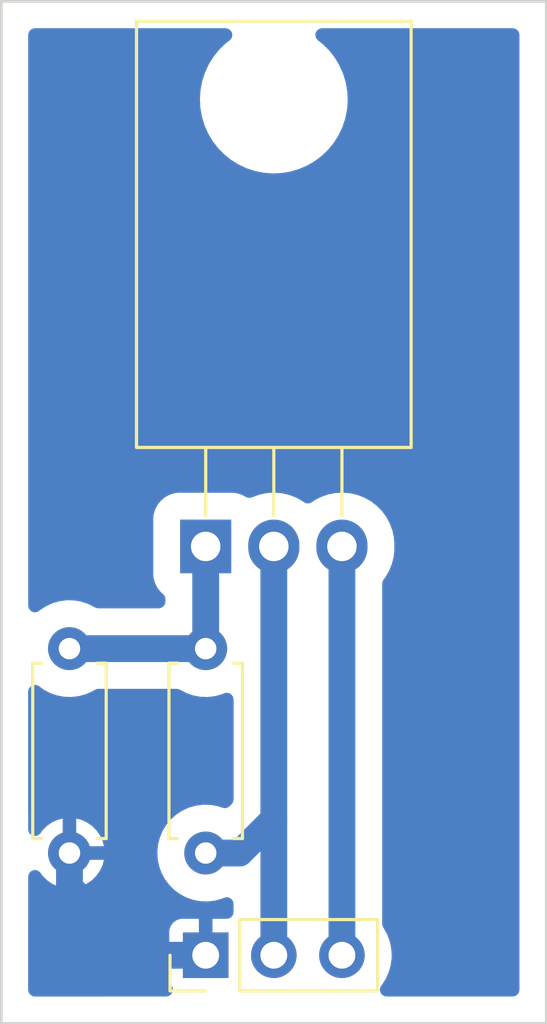
<source format=kicad_pcb>
(kicad_pcb (version 20211014) (generator pcbnew)
  (layers (0 "F.Cu" signal) (31 "B.Cu" signal) (34 "B.Paste" user) (35 "F.Paste" user) (36 "B.SilkS" user "B.Silkscreen") (37 "F.SilkS" user "F.Silkscreen") (38 "B.Mask" user) (39 "F.Mask" user) (44 "Edge.Cuts" user))
  (net 0 "")
  (net 1 "GND")
  (net 2 "VOUT")
  (net 3 "VIN")
  (net 4 "/ADJ")
  (footprint "Resistor_THT:R_Axial_DIN0207_L6.3mm_D2.5mm_P7.62mm_Horizontal" (layer "F.Cu") (at 165.1 90.17 -90)
    (fp_text reference "R2" hide)
    (fp_text value "390" hide)
    (fp_line (start 7.08 -1.37) (end 7.08 -1.04) (layer "F.SilkS") (width 0.12))
    (fp_line (start 0.54 -1.04) (end 0.54 -1.37) (layer "F.SilkS") (width 0.12))
    (fp_line (start 0.54 -1.37) (end 7.08 -1.37) (layer "F.SilkS") (width 0.12))
    (fp_line (start 0.54 1.04) (end 0.54 1.37) (layer "F.SilkS") (width 0.12))
    (fp_line (start 7.08 1.37) (end 7.08 1.04) (layer "F.SilkS") (width 0.12))
    (fp_line (start 0.54 1.37) (end 7.08 1.37) (layer "F.SilkS") (width 0.12))
    (pad "1" thru_hole circle (at 0 0 270) (size 1.6 1.6) (drill 0.8) (layers *.Cu *.Mask) (net 4 "/ADJ"))
    (pad "2" thru_hole oval (at 7.62 0 270) (size 1.6 1.6) (drill 0.8) (layers *.Cu *.Mask) (net 1 "GND"))
  )
  (footprint "Connector_PinHeader_2.54mm:PinHeader_1x03_P2.54mm_Vertical" (layer "F.Cu") (at 170.18 101.6 90)
    (fp_text reference "J1" hide)
    (fp_text value "Conn_01x03_Male" hide)
    (fp_line (start 1.33 1.27) (end 1.33 6.41) (layer "F.SilkS") (width 0.12))
    (fp_line (start -1.33 0) (end -1.33 -1.33) (layer "F.SilkS") (width 0.12))
    (fp_line (start -1.33 -1.33) (end 0 -1.33) (layer "F.SilkS") (width 0.12))
    (fp_line (start -1.33 6.41) (end 1.33 6.41) (layer "F.SilkS") (width 0.12))
    (fp_line (start -1.33 1.27) (end 1.33 1.27) (layer "F.SilkS") (width 0.12))
    (fp_line (start -1.33 1.27) (end -1.33 6.41) (layer "F.SilkS") (width 0.12))
    (pad "1" thru_hole rect (at 0 0 90) (size 1.7 1.7) (drill 1) (layers *.Cu *.Mask) (net 1 "GND"))
    (pad "2" thru_hole oval (at 0 2.54 90) (size 1.7 1.7) (drill 1) (layers *.Cu *.Mask) (net 2 "VOUT"))
    (pad "3" thru_hole oval (at 0 5.08 90) (size 1.7 1.7) (drill 1) (layers *.Cu *.Mask) (net 3 "VIN"))
  )
  (footprint "Package_TO_SOT_THT:TO-220-3_Horizontal_TabDown" (layer "F.Cu") (at 170.18 86.36)
    (fp_text reference "U1" hide)
    (fp_text value "LM317_TO-220" hide)
    (fp_line (start -2.58 -3.69) (end 7.66 -3.69) (layer "F.SilkS") (width 0.12))
    (fp_line (start 7.66 -19.58) (end 7.66 -3.69) (layer "F.SilkS") (width 0.12))
    (fp_line (start 0 -3.69) (end 0 -1.15) (layer "F.SilkS") (width 0.12))
    (fp_line (start 2.54 -3.69) (end 2.54 -1.15) (layer "F.SilkS") (width 0.12))
    (fp_line (start -2.58 -19.58) (end 7.66 -19.58) (layer "F.SilkS") (width 0.12))
    (fp_line (start -2.58 -19.58) (end -2.58 -3.69) (layer "F.SilkS") (width 0.12))
    (fp_line (start 5.08 -3.69) (end 5.08 -1.15) (layer "F.SilkS") (width 0.12))
    (pad "" np_thru_hole oval (at 2.54 -16.66) (size 3.5 3.5) (drill 3.5) (layers *.Cu *.Mask))
    (pad "1" thru_hole rect (at 0 0) (size 1.905 2) (drill 1.1) (layers *.Cu *.Mask) (net 4 "/ADJ"))
    (pad "2" thru_hole oval (at 2.54 0) (size 1.905 2) (drill 1.1) (layers *.Cu *.Mask) (net 2 "VOUT"))
    (pad "3" thru_hole oval (at 5.08 0) (size 1.905 2) (drill 1.1) (layers *.Cu *.Mask) (net 3 "VIN"))
  )
  (footprint "Resistor_THT:R_Axial_DIN0207_L6.3mm_D2.5mm_P7.62mm_Horizontal" (layer "F.Cu") (at 170.18 97.79 90)
    (fp_text reference "R1" hide)
    (fp_text value "240" hide)
    (fp_line (start 7.08 1.37) (end 7.08 1.04) (layer "F.SilkS") (width 0.12))
    (fp_line (start 7.08 -1.37) (end 7.08 -1.04) (layer "F.SilkS") (width 0.12))
    (fp_line (start 0.54 -1.04) (end 0.54 -1.37) (layer "F.SilkS") (width 0.12))
    (fp_line (start 0.54 1.04) (end 0.54 1.37) (layer "F.SilkS") (width 0.12))
    (fp_line (start 0.54 -1.37) (end 7.08 -1.37) (layer "F.SilkS") (width 0.12))
    (fp_line (start 0.54 1.37) (end 7.08 1.37) (layer "F.SilkS") (width 0.12))
    (pad "1" thru_hole circle (at 0 0 90) (size 1.6 1.6) (drill 0.8) (layers *.Cu *.Mask) (net 2 "VOUT"))
    (pad "2" thru_hole oval (at 7.62 0 90) (size 1.6 1.6) (drill 0.8) (layers *.Cu *.Mask) (net 4 "/ADJ"))
  )
  (gr_line (start 162.56 66.04) (end 182.88 66.04) (layer "Edge.Cuts") (width 0.1))
  (gr_line (start 182.88 66.04) (end 182.88 104.14) (layer "Edge.Cuts") (width 0.1))
  (gr_line (start 182.88 104.14) (end 162.56 104.14) (layer "Edge.Cuts") (width 0.1))
  (gr_line (start 162.56 104.14) (end 162.56 66.04) (layer "Edge.Cuts") (width 0.1))
  (segment (start 165.1 97.79) (end 165.1 99.06) (width 1) (layer "B.Cu") (net 1))
  (segment (start 167.64 101.6) (end 170.18 101.6) (width 1) (layer "B.Cu") (net 1))
  (segment (start 165.1 99.06) (end 167.64 101.6) (width 1) (layer "B.Cu") (net 1))
  (segment (start 172.72 96.52) (end 172.72 86.36) (width 1) (layer "B.Cu") (net 2))
  (segment (start 171.45 97.79) (end 172.72 96.52) (width 1) (layer "B.Cu") (net 2))
  (segment (start 172.72 101.6) (end 172.72 96.52) (width 1) (layer "B.Cu") (net 2))
  (segment (start 170.18 97.79) (end 171.45 97.79) (width 1) (layer "B.Cu") (net 2))
  (segment (start 175.26 101.6) (end 175.26 86.36) (width 1) (layer "B.Cu") (net 3))
  (segment (start 170.18 90.17) (end 170.18 86.36) (width 1) (layer "B.Cu") (net 4))
  (segment (start 165.1 90.17) (end 170.18 90.17) (width 1) (layer "B.Cu") (net 4))
  (zone (net 0) (net_name "") (layer "B.Cu") (connect_pads (clearance 1)) (min_thickness 0.508) (fill yes (thermal_gap 0.508) (thermal_bridge_width 0.508))
    (polygon (pts (xy 182.88 104.14) (xy 162.56 104.14) (xy 162.56 66.04) (xy 182.88 66.04)))
  )
  (zone (net 1) (net_name "GND") (layer "B.Cu") (connect_pads (clearance 1)) (min_thickness 0.508) (fill yes (thermal_gap 0.508) (thermal_bridge_width 0.508))
    (polygon (pts (xy 172.72 104.14) (xy 162.56 104.14) (xy 162.56 91.44) (xy 172.72 91.44)))
  )
)
</source>
